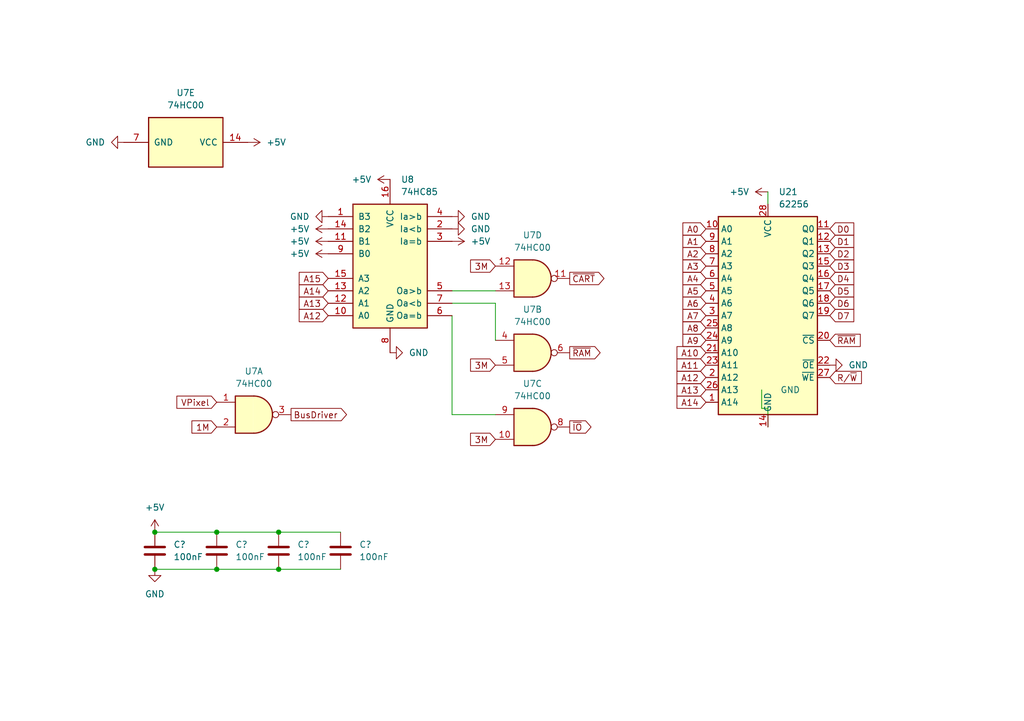
<source format=kicad_sch>
(kicad_sch (version 20230121) (generator eeschema)
  (paper "A5")
  (title_block (title "Memory Mapping and RAM"))
  (lib_symbols
    (symbol "74xx:74HC00" (pin_names (offset 1.016))
      (property "Reference" "U" (at 0 1.27 0))
      (property "Value" "74HC00" (at 0 -1.27 0))
      (symbol "74HC00_1_1"
        (arc (start 0 -3.81) (mid 3.7934 0) (end 0 3.81) (stroke (width 0.254)) (fill (type background)))
        (polyline (pts (xy 0 3.81) (xy -3.81 3.81) (xy -3.81 -3.81) (xy 0 -3.81)) (stroke (width 0.254)) (fill (type background)))
        (pin input line (at -7.62 2.54 0) (length 3.81) (name "~") (number "1"))
        (pin input line (at -7.62 -2.54 0) (length 3.81) (name "~") (number "2"))
        (pin output inverted (at 7.62 0 180) (length 3.81) (name "~") (number "3"))
      )
      (symbol "74HC00_1_2"
        (arc (start -3.81 -3.81) (mid -2.589 0) (end -3.81 3.81) (stroke (width 0.254)))
        (arc (start -0.6096 -3.81) (mid 2.1842 -2.5851) (end 3.81 0) (stroke (width 0.254)) (fill (type background)))
        (polyline (pts (xy -3.81 -3.81) (xy -0.635 -3.81)) (stroke (width 0.254)) (fill (type background)))
        (polyline (pts (xy -3.81 3.81) (xy -0.635 3.81)) (stroke (width 0.254)) (fill (type background)))
        (polyline (pts (xy -0.635 3.81) (xy -3.81 3.81) (xy -3.81 3.81) (xy -3.556 3.4036) (xy -3.0226 2.2606) (xy -2.6924 1.0414) (xy -2.6162 -0.254) (xy -2.7686 -1.4986) (xy -3.175 -2.7178) (xy -3.81 -3.81) (xy -3.81 -3.81) (xy -0.635 -3.81)) (stroke (width -25.4)) (fill (type background)))
        (arc (start 3.81 0) (mid 2.1915 2.5936) (end -0.6096 3.81) (stroke (width 0.254)) (fill (type background)))
        (pin input inverted (at -7.62 2.54 0) (length 4.318) (name "~") (number "1"))
        (pin input inverted (at -7.62 -2.54 0) (length 4.318) (name "~") (number "2"))
        (pin output line (at 7.62 0 180) (length 3.81) (name "~") (number "3"))
      )
      (symbol "74HC00_2_1"
        (arc (start 0 -3.81) (mid 3.7934 0) (end 0 3.81) (stroke (width 0.254)) (fill (type background)))
        (polyline (pts (xy 0 3.81) (xy -3.81 3.81) (xy -3.81 -3.81) (xy 0 -3.81)) (stroke (width 0.254)) (fill (type background)))
        (pin input line (at -7.62 2.54 0) (length 3.81) (name "~") (number "4"))
        (pin input line (at -7.62 -2.54 0) (length 3.81) (name "~") (number "5"))
        (pin output inverted (at 7.62 0 180) (length 3.81) (name "~") (number "6"))
      )
      (symbol "74HC00_2_2"
        (arc (start -3.81 -3.81) (mid -2.589 0) (end -3.81 3.81) (stroke (width 0.254)))
        (arc (start -0.6096 -3.81) (mid 2.1842 -2.5851) (end 3.81 0) (stroke (width 0.254)) (fill (type background)))
        (polyline (pts (xy -3.81 -3.81) (xy -0.635 -3.81)) (stroke (width 0.254)) (fill (type background)))
        (polyline (pts (xy -3.81 3.81) (xy -0.635 3.81)) (stroke (width 0.254)) (fill (type background)))
        (polyline (pts (xy -0.635 3.81) (xy -3.81 3.81) (xy -3.81 3.81) (xy -3.556 3.4036) (xy -3.0226 2.2606) (xy -2.6924 1.0414) (xy -2.6162 -0.254) (xy -2.7686 -1.4986) (xy -3.175 -2.7178) (xy -3.81 -3.81) (xy -3.81 -3.81) (xy -0.635 -3.81)) (stroke (width -25.4)) (fill (type background)))
        (arc (start 3.81 0) (mid 2.1915 2.5936) (end -0.6096 3.81) (stroke (width 0.254)) (fill (type background)))
        (pin input inverted (at -7.62 2.54 0) (length 4.318) (name "~") (number "4"))
        (pin input inverted (at -7.62 -2.54 0) (length 4.318) (name "~") (number "5"))
        (pin output line (at 7.62 0 180) (length 3.81) (name "~") (number "6"))
      )
      (symbol "74HC00_3_1"
        (arc (start 0 -3.81) (mid 3.7934 0) (end 0 3.81) (stroke (width 0.254)) (fill (type background)))
        (polyline (pts (xy 0 3.81) (xy -3.81 3.81) (xy -3.81 -3.81) (xy 0 -3.81)) (stroke (width 0.254)) (fill (type background)))
        (pin input line (at -7.62 -2.54 0) (length 3.81) (name "~") (number "10"))
        (pin output inverted (at 7.62 0 180) (length 3.81) (name "~") (number "8"))
        (pin input line (at -7.62 2.54 0) (length 3.81) (name "~") (number "9"))
      )
      (symbol "74HC00_3_2"
        (arc (start -3.81 -3.81) (mid -2.589 0) (end -3.81 3.81) (stroke (width 0.254)))
        (arc (start -0.6096 -3.81) (mid 2.1842 -2.5851) (end 3.81 0) (stroke (width 0.254)) (fill (type background)))
        (polyline (pts (xy -3.81 -3.81) (xy -0.635 -3.81)) (stroke (width 0.254)) (fill (type background)))
        (polyline (pts (xy -3.81 3.81) (xy -0.635 3.81)) (stroke (width 0.254)) (fill (type background)))
        (polyline (pts (xy -0.635 3.81) (xy -3.81 3.81) (xy -3.81 3.81) (xy -3.556 3.4036) (xy -3.0226 2.2606) (xy -2.6924 1.0414) (xy -2.6162 -0.254) (xy -2.7686 -1.4986) (xy -3.175 -2.7178) (xy -3.81 -3.81) (xy -3.81 -3.81) (xy -0.635 -3.81)) (stroke (width -25.4)) (fill (type background)))
        (arc (start 3.81 0) (mid 2.1915 2.5936) (end -0.6096 3.81) (stroke (width 0.254)) (fill (type background)))
        (pin input inverted (at -7.62 -2.54 0) (length 4.318) (name "~") (number "10"))
        (pin output line (at 7.62 0 180) (length 3.81) (name "~") (number "8"))
        (pin input inverted (at -7.62 2.54 0) (length 4.318) (name "~") (number "9"))
      )
      (symbol "74HC00_4_1"
        (arc (start 0 -3.81) (mid 3.7934 0) (end 0 3.81) (stroke (width 0.254)) (fill (type background)))
        (polyline (pts (xy 0 3.81) (xy -3.81 3.81) (xy -3.81 -3.81) (xy 0 -3.81)) (stroke (width 0.254)) (fill (type background)))
        (pin output inverted (at 7.62 0 180) (length 3.81) (name "~") (number "11"))
        (pin input line (at -7.62 2.54 0) (length 3.81) (name "~") (number "12"))
        (pin input line (at -7.62 -2.54 0) (length 3.81) (name "~") (number "13"))
      )
      (symbol "74HC00_4_2"
        (arc (start -3.81 -3.81) (mid -2.589 0) (end -3.81 3.81) (stroke (width 0.254)))
        (arc (start -0.6096 -3.81) (mid 2.1842 -2.5851) (end 3.81 0) (stroke (width 0.254)) (fill (type background)))
        (polyline (pts (xy -3.81 -3.81) (xy -0.635 -3.81)) (stroke (width 0.254)) (fill (type background)))
        (polyline (pts (xy -3.81 3.81) (xy -0.635 3.81)) (stroke (width 0.254)) (fill (type background)))
        (polyline (pts (xy -0.635 3.81) (xy -3.81 3.81) (xy -3.81 3.81) (xy -3.556 3.4036) (xy -3.0226 2.2606) (xy -2.6924 1.0414) (xy -2.6162 -0.254) (xy -2.7686 -1.4986) (xy -3.175 -2.7178) (xy -3.81 -3.81) (xy -3.81 -3.81) (xy -0.635 -3.81)) (stroke (width -25.4)) (fill (type background)))
        (arc (start 3.81 0) (mid 2.1915 2.5936) (end -0.6096 3.81) (stroke (width 0.254)) (fill (type background)))
        (pin output line (at 7.62 0 180) (length 3.81) (name "~") (number "11"))
        (pin input inverted (at -7.62 2.54 0) (length 4.318) (name "~") (number "12"))
        (pin input inverted (at -7.62 -2.54 0) (length 4.318) (name "~") (number "13"))
      )
      (symbol "74HC00_5_0"
        (pin power_in line (at 0 12.7 270) (length 5.08) (name "VCC") (number "14"))
        (pin power_in line (at 0 -12.7 90) (length 5.08) (name "GND") (number "7"))
      )
      (symbol "74HC00_5_1"
        (rectangle (start -5.08 7.62) (end 5.08 -7.62) (stroke (width 0.254)) (fill (type background)))
      )
    )
    (symbol "74xx:74LS85" (pin_names (offset 1.016))
      (property "Reference" "U" (at -7.62 13.97 0))
      (property "Value" "74LS85" (at -7.62 -13.97 0))
      (symbol "74LS85_1_0"
        (pin input line (at -12.7 10.16 0) (length 5.08) (name "B3") (number "1"))
        (pin input line (at -12.7 -10.16 0) (length 5.08) (name "A0") (number "10"))
        (pin input line (at -12.7 5.08 0) (length 5.08) (name "B1") (number "11"))
        (pin input line (at -12.7 -7.62 0) (length 5.08) (name "A1") (number "12"))
        (pin input line (at -12.7 -5.08 0) (length 5.08) (name "A2") (number "13"))
        (pin input line (at -12.7 7.62 0) (length 5.08) (name "B2") (number "14"))
        (pin input line (at -12.7 -2.54 0) (length 5.08) (name "A3") (number "15"))
        (pin power_in line (at 0 17.78 270) (length 5.08) (name "VCC") (number "16"))
        (pin input line (at 12.7 7.62 180) (length 5.08) (name "Ia<b") (number "2"))
        (pin input line (at 12.7 5.08 180) (length 5.08) (name "Ia=b") (number "3"))
        (pin input line (at 12.7 10.16 180) (length 5.08) (name "Ia>b") (number "4"))
        (pin output line (at 12.7 -5.08 180) (length 5.08) (name "Oa>b") (number "5"))
        (pin output line (at 12.7 -10.16 180) (length 5.08) (name "Oa=b") (number "6"))
        (pin output line (at 12.7 -7.62 180) (length 5.08) (name "Oa<b") (number "7"))
        (pin power_in line (at 0 -17.78 90) (length 5.08) (name "GND") (number "8"))
        (pin input line (at -12.7 2.54 0) (length 5.08) (name "B0") (number "9"))
      )
      (symbol "74LS85_1_1"
        (rectangle (start -7.62 12.7) (end 7.62 -12.7) (stroke (width 0.254)) (fill (type background)))
      )
    )
    (symbol "Device:C" (pin_numbers hide) (pin_names (offset 0.254))
      (property "Reference" "C" (at 0.635 2.54 0))
      (property "Value" "C" (at 0.635 -2.54 0))
      (symbol "C_0_1"
        (polyline (pts (xy -2.032 -0.762) (xy 2.032 -0.762)) (stroke (width 0.508)))
        (polyline (pts (xy -2.032 0.762) (xy 2.032 0.762)) (stroke (width 0.508)))
      )
      (symbol "C_1_1"
        (pin passive line (at 0 3.81 270) (length 2.794) (name "~") (number "1"))
        (pin passive line (at 0 -3.81 90) (length 2.794) (name "~") (number "2"))
      )
    )
    (symbol "Memory_RAM:HM62256BLP"
      (property "Reference" "U" (at -10.16 20.955 0))
      (property "Value" "HM62256BLP" (at 2.54 20.955 0))
      (symbol "HM62256BLP_0_0"
        (pin power_in line (at 0 -22.86 90) (length 2.54) (name "GND") (number "14"))
        (pin power_in line (at 0 22.86 270) (length 2.54) (name "VCC") (number "28"))
      )
      (symbol "HM62256BLP_0_1"
        (rectangle (start -10.16 20.32) (end 10.16 -20.32) (stroke (width 0.254)) (fill (type background)))
      )
      (symbol "HM62256BLP_1_1"
        (pin input line (at -12.7 -17.78 0) (length 2.54) (name "A14") (number "1"))
        (pin input line (at -12.7 17.78 0) (length 2.54) (name "A0") (number "10"))
        (pin tri_state line (at 12.7 17.78 180) (length 2.54) (name "Q0") (number "11"))
        (pin tri_state line (at 12.7 15.24 180) (length 2.54) (name "Q1") (number "12"))
        (pin tri_state line (at 12.7 12.7 180) (length 2.54) (name "Q2") (number "13"))
        (pin tri_state line (at 12.7 10.16 180) (length 2.54) (name "Q3") (number "15"))
        (pin tri_state line (at 12.7 7.62 180) (length 2.54) (name "Q4") (number "16"))
        (pin tri_state line (at 12.7 5.08 180) (length 2.54) (name "Q5") (number "17"))
        (pin tri_state line (at 12.7 2.54 180) (length 2.54) (name "Q6") (number "18"))
        (pin tri_state line (at 12.7 0 180) (length 2.54) (name "Q7") (number "19"))
        (pin input line (at -12.7 -12.7 0) (length 2.54) (name "A12") (number "2"))
        (pin input line (at 12.7 -5.08 180) (length 2.54) (name "~{CS}") (number "20"))
        (pin input line (at -12.7 -7.62 0) (length 2.54) (name "A10") (number "21"))
        (pin input line (at 12.7 -10.16 180) (length 2.54) (name "~{OE}") (number "22"))
        (pin input line (at -12.7 -10.16 0) (length 2.54) (name "A11") (number "23"))
        (pin input line (at -12.7 -5.08 0) (length 2.54) (name "A9") (number "24"))
        (pin input line (at -12.7 -2.54 0) (length 2.54) (name "A8") (number "25"))
        (pin input line (at -12.7 -15.24 0) (length 2.54) (name "A13") (number "26"))
        (pin input line (at 12.7 -12.7 180) (length 2.54) (name "~{WE}") (number "27"))
        (pin input line (at -12.7 0 0) (length 2.54) (name "A7") (number "3"))
        (pin input line (at -12.7 2.54 0) (length 2.54) (name "A6") (number "4"))
        (pin input line (at -12.7 5.08 0) (length 2.54) (name "A5") (number "5"))
        (pin input line (at -12.7 7.62 0) (length 2.54) (name "A4") (number "6"))
        (pin input line (at -12.7 10.16 0) (length 2.54) (name "A3") (number "7"))
        (pin input line (at -12.7 12.7 0) (length 2.54) (name "A2") (number "8"))
        (pin input line (at -12.7 15.24 0) (length 2.54) (name "A1") (number "9"))
      )
    )
    (symbol "power:+5V" (power) (pin_names (offset 0))
      (property "Value" "+5V" (at 0 3.556 0))
      (symbol "+5V_0_1"
        (polyline (pts (xy -0.762 1.27) (xy 0 2.54)))
        (polyline (pts (xy 0 0) (xy 0 2.54)))
        (polyline (pts (xy 0 2.54) (xy 0.762 1.27)))
      )
      (symbol "+5V_1_1"
        (pin power_in line (at 0 0 90) (length 0) hide (name "+5V") (number "1"))
      )
    )
    (symbol "power:GND" (power) (pin_names (offset 0))
      (property "Value" "GND" (at 0 -3.81 0))
      (symbol "GND_0_1"
        (polyline (pts (xy 0 0) (xy 0 -1.27) (xy 1.27 -1.27) (xy 0 -2.54) (xy -1.27 -1.27) (xy 0 -1.27)))
      )
      (symbol "GND_1_1"
        (pin power_in line (at 0 0 270) (length 0) hide (name "GND") (number "1"))
      )
    )
  )
  (junction (at 57.15 109.22))
  (junction (at 31.75 116.84))
  (junction (at 57.15 116.84))
  (junction (at 31.75 109.22))
  (junction (at 44.45 109.22))
  (junction (at 44.45 116.84))
  (wire (pts (xy 44.45 116.84) (xy 57.15 116.84)))
  (wire (pts (xy 101.6 62.23) (xy 101.6 69.85)))
  (wire (pts (xy 31.75 109.22) (xy 44.45 109.22)))
  (wire (pts (xy 57.15 109.22) (xy 69.85 109.22)))
  (wire (pts (xy 31.75 116.84) (xy 44.45 116.84)))
  (wire (pts (xy 156.21 83.82) (xy 156.21 80.01)))
  (wire (pts (xy 157.48 87.63) (xy 157.48 83.82)))
  (wire (pts (xy 157.48 83.82) (xy 156.21 83.82)))
  (wire (pts (xy 92.71 59.69) (xy 101.6 59.69)))
  (wire (pts (xy 92.71 64.77) (xy 92.71 85.09)))
  (wire (pts (xy 57.15 116.84) (xy 69.85 116.84)))
  (wire (pts (xy 157.48 39.37) (xy 157.48 41.91)))
  (wire (pts (xy 92.71 62.23) (xy 101.6 62.23)))
  (wire (pts (xy 92.71 85.09) (xy 101.6 85.09)))
  (wire (pts (xy 44.45 109.22) (xy 57.15 109.22)))
  (global_label "~{IO}" (shape output) (at 116.84 87.63 0) (property "Intersheetrefs" "${INTERSHEET_REFS}" (effects hide)))
  (global_label "A4" (shape input) (at 144.78 57.15 180) (property "Intersheetrefs" "${INTERSHEET_REFS}" (effects hide)))
  (global_label "A10" (shape input) (at 144.78 72.39 180) (property "Intersheetrefs" "${INTERSHEET_REFS}" (effects hide)))
  (global_label "A5" (shape input) (at 144.78 59.69 180) (property "Intersheetrefs" "${INTERSHEET_REFS}" (effects hide)))
  (global_label "A0" (shape input) (at 144.78 46.99 180) (property "Intersheetrefs" "${INTERSHEET_REFS}" (effects hide)))
  (global_label "~{RAM}" (shape input) (at 170.18 69.85 0) (property "Intersheetrefs" "${INTERSHEET_REFS}" (effects hide)))
  (global_label "A13" (shape input) (at 67.31 62.23 180) (property "Intersheetrefs" "${INTERSHEET_REFS}" (effects hide)))
  (global_label "A14" (shape input) (at 67.31 59.69 180) (property "Intersheetrefs" "${INTERSHEET_REFS}" (effects hide)))
  (global_label "~{RAM}" (shape output) (at 116.84 72.39 0) (property "Intersheetrefs" "${INTERSHEET_REFS}" (effects hide)))
  (global_label "A12" (shape input) (at 144.78 77.47 180) (property "Intersheetrefs" "${INTERSHEET_REFS}" (effects hide)))
  (global_label "BusDriver" (shape output) (at 59.69 85.09 0) (property "Intersheetrefs" "${INTERSHEET_REFS}" (effects hide)))
  (global_label "D0" (shape input) (at 170.18 46.99 0) (property "Intersheetrefs" "${INTERSHEET_REFS}" (effects hide)))
  (global_label "D4" (shape input) (at 170.18 57.15 0) (property "Intersheetrefs" "${INTERSHEET_REFS}" (effects hide)))
  (global_label "A2" (shape input) (at 144.78 52.07 180) (property "Intersheetrefs" "${INTERSHEET_REFS}" (effects hide)))
  (global_label "A14" (shape input) (at 144.78 82.55 180) (property "Intersheetrefs" "${INTERSHEET_REFS}" (effects hide)))
  (global_label "1M" (shape input) (at 44.45 87.63 180) (property "Intersheetrefs" "${INTERSHEET_REFS}" (effects hide)))
  (global_label "D2" (shape input) (at 170.18 52.07 0) (property "Intersheetrefs" "${INTERSHEET_REFS}" (effects hide)))
  (global_label "3M" (shape input) (at 101.6 90.17 180) (property "Intersheetrefs" "${INTERSHEET_REFS}" (effects hide)))
  (global_label "A6" (shape input) (at 144.78 62.23 180) (property "Intersheetrefs" "${INTERSHEET_REFS}" (effects hide)))
  (global_label "D5" (shape input) (at 170.18 59.69 0) (property "Intersheetrefs" "${INTERSHEET_REFS}" (effects hide)))
  (global_label "3M" (shape input) (at 101.6 54.61 180) (property "Intersheetrefs" "${INTERSHEET_REFS}" (effects hide)))
  (global_label "3M" (shape input) (at 101.6 74.93 180) (property "Intersheetrefs" "${INTERSHEET_REFS}" (effects hide)))
  (global_label "VPixel" (shape input) (at 44.45 82.55 180) (property "Intersheetrefs" "${INTERSHEET_REFS}" (effects hide)))
  (global_label "A13" (shape input) (at 144.78 80.01 180) (property "Intersheetrefs" "${INTERSHEET_REFS}" (effects hide)))
  (global_label "A3" (shape input) (at 144.78 54.61 180) (property "Intersheetrefs" "${INTERSHEET_REFS}" (effects hide)))
  (global_label "D6" (shape input) (at 170.18 62.23 0) (property "Intersheetrefs" "${INTERSHEET_REFS}" (effects hide)))
  (global_label "D7" (shape input) (at 170.18 64.77 0) (property "Intersheetrefs" "${INTERSHEET_REFS}" (effects hide)))
  (global_label "A7" (shape input) (at 144.78 64.77 180) (property "Intersheetrefs" "${INTERSHEET_REFS}" (effects hide)))
  (global_label "A1" (shape input) (at 144.78 49.53 180) (property "Intersheetrefs" "${INTERSHEET_REFS}" (effects hide)))
  (global_label "A15" (shape input) (at 67.31 57.15 180) (property "Intersheetrefs" "${INTERSHEET_REFS}" (effects hide)))
  (global_label "D1" (shape input) (at 170.18 49.53 0) (property "Intersheetrefs" "${INTERSHEET_REFS}" (effects hide)))
  (global_label "A11" (shape input) (at 144.78 74.93 180) (property "Intersheetrefs" "${INTERSHEET_REFS}" (effects hide)))
  (global_label "A8" (shape input) (at 144.78 67.31 180) (property "Intersheetrefs" "${INTERSHEET_REFS}" (effects hide)))
  (global_label "A9" (shape input) (at 144.78 69.85 180) (property "Intersheetrefs" "${INTERSHEET_REFS}" (effects hide)))
  (global_label "R{slash}~{W}" (shape input) (at 170.18 77.47 0) (property "Intersheetrefs" "${INTERSHEET_REFS}" (effects hide)))
  (global_label "A12" (shape input) (at 67.31 64.77 180) (property "Intersheetrefs" "${INTERSHEET_REFS}" (effects hide)))
  (global_label "D3" (shape input) (at 170.18 54.61 0) (property "Intersheetrefs" "${INTERSHEET_REFS}" (effects hide)))
  (global_label "~{CART}" (shape output) (at 116.84 57.15 0) (property "Intersheetrefs" "${INTERSHEET_REFS}" (effects hide)))
  (symbol (lib_id "Memory_RAM:HM62256BLP") (at 157.48 64.77 0) (unit 1)
    (property "Reference" "U21" (at 159.6741 39.37 0) (effects (justify left)))
    (property "Value" "62256" (at 159.6741 41.91 0) (effects (justify left)))
    (property "Footprint" "PCM_Package_DIP_AKL:DIP-28_W15.24mm_Socket_LongPads" (effects hide))
    (property "Datasheet" "https://web.mit.edu/6.115/www/document/62256.pdf" (effects hide))
    (instances (project "v0c" (path "" (reference "U21") (unit 1)) (path "" (reference "U22") (unit 1))))
  )
  (symbol (lib_id "74xx:74HC00") (at 109.22 57.15 0) (unit 4)
    (property "Reference" "U7" (at 109.2117 48.26 0))
    (property "Value" "74HC00" (at 109.2117 50.8 0))
    (property "Footprint" "PCM_Package_DIP_AKL:DIP-14_W7.62mm_Socket_LongPads" (effects hide))
    (property "Datasheet" "http://www.ti.com/lit/gpn/sn74hc00" (effects hide))
    (instances (project "v0c" (path "" (reference "U7") (unit 4)) (path "" (reference "U20") (unit 4))))
  )
  (symbol (lib_id "74xx:74HC00") (at 38.1 29.21 270) (unit 5)
    (property "Reference" "U7" (at 38.1 19.05 90))
    (property "Value" "74HC00" (at 38.1 21.59 90))
    (property "Footprint" "PCM_Package_DIP_AKL:DIP-14_W7.62mm_Socket_LongPads" (effects hide))
    (property "Datasheet" "http://www.ti.com/lit/gpn/sn74hc00" (effects hide))
    (instances (project "v0c" (path "" (reference "U7") (unit 5)) (path "" (reference "U20") (unit 5))))
  )
  (symbol (lib_id "power:GND") (at 67.31 44.45 270) (unit 1)
    (property "Reference" "#PWR032" (effects hide))
    (property "Value" "GND" (at 63.5 44.45 90) (effects (justify right)))
    (instances (project "v0c" (path "" (reference "#PWR032") (unit 1)) (path "" (reference "#PWR096") (unit 1))))
  )
  (symbol (lib_id "74xx:74HC00") (at 109.22 87.63 0) (unit 3)
    (property "Reference" "U7" (at 109.2117 78.74 0))
    (property "Value" "74HC00" (at 109.2117 81.28 0))
    (property "Footprint" "PCM_Package_DIP_AKL:DIP-14_W7.62mm_Socket_LongPads" (effects hide))
    (property "Datasheet" "http://www.ti.com/lit/gpn/sn74hc00" (effects hide))
    (instances (project "v0c" (path "" (reference "U7") (unit 3)) (path "" (reference "U20") (unit 3))))
  )
  (symbol (lib_id "Device:C") (at 44.45 113.03 0) (unit 1)
    (property "Reference" "C?" (at 48.26 111.76 0) (effects (justify left)))
    (property "Value" "100nF" (at 48.26 114.3 0) (effects (justify left)))
    (property "Footprint" "Capacitor_THT:C_Disc_D3.0mm_W2.0mm_P2.50mm" (effects hide))
    (instances (project "v0c" (path "" (reference "C?") (unit 1)) (path "" (reference "C26") (unit 1))))
  )
  (symbol (lib_id "power:GND") (at 156.21 80.01 90) (unit 1)
    (property "Reference" "#PWR078" (effects hide))
    (property "Value" "GND" (at 160.02 80.01 90) (effects (justify right)))
    (instances (project "v0c" (path "" (reference "#PWR078") (unit 1)) (path "" (reference "#PWR0106") (unit 1))))
  )
  (symbol (lib_id "power:GND") (at 31.75 116.84 0) (unit 1)
    (property "Reference" "#PWR0135" (effects hide))
    (property "Value" "GND" (at 31.75 121.92 0))
    (instances (project "v0c" (path "" (reference "#PWR0135") (unit 1)) (path "" (reference "#PWR094") (unit 1))))
  )
  (symbol (lib_id "74xx:74LS85") (at 80.01 54.61 0) (unit 1)
    (property "Reference" "U8" (at 82.2041 36.83 0) (effects (justify left)))
    (property "Value" "74HC85" (at 82.2041 39.37 0) (effects (justify left)))
    (property "Footprint" "PCM_Package_DIP_AKL:DIP-16_W7.62mm_Socket_LongPads" (effects hide))
    (property "Datasheet" "http://www.ti.com/lit/gpn/sn74LS85" (effects hide))
    (instances (project "v0c" (path "" (reference "U8") (unit 1)) (path "" (reference "U21") (unit 1))))
  )
  (symbol (lib_id "Device:C") (at 69.85 113.03 0) (unit 1)
    (property "Reference" "C?" (at 73.66 111.76 0) (effects (justify left)))
    (property "Value" "100nF" (at 73.66 114.3 0) (effects (justify left)))
    (property "Footprint" "Capacitor_THT:C_Disc_D3.0mm_W2.0mm_P2.50mm" (effects hide))
    (instances (project "v0c" (path "" (reference "C?") (unit 1)) (path "" (reference "C28") (unit 1))))
  )
  (symbol (lib_id "Device:C") (at 31.75 113.03 0) (unit 1)
    (property "Reference" "C?" (at 35.56 111.76 0) (effects (justify left)))
    (property "Value" "100nF" (at 35.56 114.3 0) (effects (justify left)))
    (property "Footprint" "Capacitor_THT:C_Disc_D3.0mm_W2.0mm_P2.50mm" (effects hide))
    (instances (project "v0c" (path "" (reference "C?") (unit 1)) (path "" (reference "C25") (unit 1))))
  )
  (symbol (lib_id "74xx:74HC00") (at 109.22 72.39 0) (unit 2)
    (property "Reference" "U7" (at 109.2117 63.5 0))
    (property "Value" "74HC00" (at 109.2117 66.04 0))
    (property "Footprint" "PCM_Package_DIP_AKL:DIP-14_W7.62mm_Socket_LongPads" (effects hide))
    (property "Datasheet" "http://www.ti.com/lit/gpn/sn74hc00" (effects hide))
    (instances (project "v0c" (path "" (reference "U7") (unit 2)) (path "" (reference "U20") (unit 2))))
  )
  (symbol (lib_id "power:+5V") (at 31.75 109.22 0) (unit 1)
    (property "Reference" "#PWR0136" (effects hide))
    (property "Value" "+5V" (at 31.75 104.14 0))
    (instances (project "v0c" (path "" (reference "#PWR0136") (unit 1)) (path "" (reference "#PWR093") (unit 1))))
  )
  (symbol (lib_id "Device:C") (at 57.15 113.03 0) (unit 1)
    (property "Reference" "C?" (at 60.96 111.76 0) (effects (justify left)))
    (property "Value" "100nF" (at 60.96 114.3 0) (effects (justify left)))
    (property "Footprint" "Capacitor_THT:C_Disc_D3.0mm_W2.0mm_P2.50mm" (effects hide))
    (instances (project "v0c" (path "" (reference "C?") (unit 1)) (path "" (reference "C27") (unit 1))))
  )
  (symbol (lib_id "power:GND") (at 25.4 29.21 270) (unit 1)
    (property "Reference" "#PWR034" (effects hide))
    (property "Value" "GND" (at 21.59 29.21 90) (effects (justify right)))
    (instances (project "v0c" (path "" (reference "#PWR034") (unit 1)) (path "" (reference "#PWR092") (unit 1))))
  )
  (symbol (lib_id "power:+5V") (at 50.8 29.21 270) (unit 1)
    (property "Reference" "#PWR035" (effects hide))
    (property "Value" "+5V" (at 54.61 29.21 90) (effects (justify left)))
    (instances (project "v0c" (path "" (reference "#PWR035") (unit 1)) (path "" (reference "#PWR095") (unit 1))))
  )
  (symbol (lib_id "power:GND") (at 92.71 44.45 90) (unit 1)
    (property "Reference" "#PWR027" (effects hide))
    (property "Value" "GND" (at 96.52 44.45 90) (effects (justify right)))
    (instances (project "v0c" (path "" (reference "#PWR027") (unit 1)) (path "" (reference "#PWR0102") (unit 1))))
  )
  (symbol (lib_id "power:+5V") (at 67.31 49.53 90) (unit 1)
    (property "Reference" "#PWR096" (effects hide))
    (property "Value" "+5V" (at 63.5 49.53 90) (effects (justify left)))
    (instances (project "v0c" (path "" (reference "#PWR096") (unit 1)) (path "" (reference "#PWR098") (unit 1))))
  )
  (symbol (lib_id "power:+5V") (at 67.31 46.99 90) (unit 1)
    (property "Reference" "#PWR033" (effects hide))
    (property "Value" "+5V" (at 63.5 46.99 90) (effects (justify left)))
    (instances (project "v0c" (path "" (reference "#PWR033") (unit 1)) (path "" (reference "#PWR097") (unit 1))))
  )
  (symbol (lib_id "power:+5V") (at 92.71 49.53 270) (unit 1)
    (property "Reference" "#PWR023" (effects hide))
    (property "Value" "+5V" (at 96.52 49.53 90) (effects (justify left)))
    (instances (project "v0c" (path "" (reference "#PWR023") (unit 1)) (path "" (reference "#PWR0104") (unit 1))))
  )
  (symbol (lib_id "power:GND") (at 92.71 46.99 90) (unit 1)
    (property "Reference" "#PWR026" (effects hide))
    (property "Value" "GND" (at 96.52 46.99 90) (effects (justify right)))
    (instances (project "v0c" (path "" (reference "#PWR026") (unit 1)) (path "" (reference "#PWR0103") (unit 1))))
  )
  (symbol (lib_id "power:GND") (at 80.01 72.39 90) (unit 1)
    (property "Reference" "#PWR025" (effects hide))
    (property "Value" "GND" (at 83.82 72.39 90) (effects (justify right)))
    (instances (project "v0c" (path "" (reference "#PWR025") (unit 1)) (path "" (reference "#PWR0101") (unit 1))))
  )
  (symbol (lib_id "74xx:74HC00") (at 52.07 85.09 0) (unit 1)
    (property "Reference" "U7" (at 52.0617 76.2 0))
    (property "Value" "74HC00" (at 52.0617 78.74 0))
    (property "Footprint" "PCM_Package_DIP_AKL:DIP-14_W7.62mm_Socket_LongPads" (effects hide))
    (property "Datasheet" "http://www.ti.com/lit/gpn/sn74hc00" (effects hide))
    (instances (project "v0c" (path "" (reference "U7") (unit 1)) (path "" (reference "U20") (unit 1))))
  )
  (symbol (lib_id "power:GND") (at 170.18 74.93 90) (unit 1)
    (property "Reference" "#PWR079" (effects hide))
    (property "Value" "GND" (at 173.99 74.93 90) (effects (justify right)))
    (instances (project "v0c" (path "" (reference "#PWR079") (unit 1)) (path "" (reference "#PWR0107") (unit 1))))
  )
  (symbol (lib_id "power:+5V") (at 80.01 36.83 90) (unit 1)
    (property "Reference" "#PWR024" (effects hide))
    (property "Value" "+5V" (at 76.2 36.83 90) (effects (justify left)))
    (instances (project "v0c" (path "" (reference "#PWR024") (unit 1)) (path "" (reference "#PWR0100") (unit 1))))
  )
  (symbol (lib_id "power:+5V") (at 67.31 52.07 90) (unit 1)
    (property "Reference" "#PWR097" (effects hide))
    (property "Value" "+5V" (at 63.5 52.07 90) (effects (justify left)))
    (instances (project "v0c" (path "" (reference "#PWR097") (unit 1)) (path "" (reference "#PWR099") (unit 1))))
  )
  (symbol (lib_id "power:+5V") (at 157.48 39.37 90) (unit 1)
    (property "Reference" "#PWR082" (effects hide))
    (property "Value" "+5V" (at 153.67 39.37 90) (effects (justify left)))
    (instances (project "v0c" (path "" (reference "#PWR082") (unit 1)) (path "" (reference "#PWR0105") (unit 1))))
  )
)
</source>
